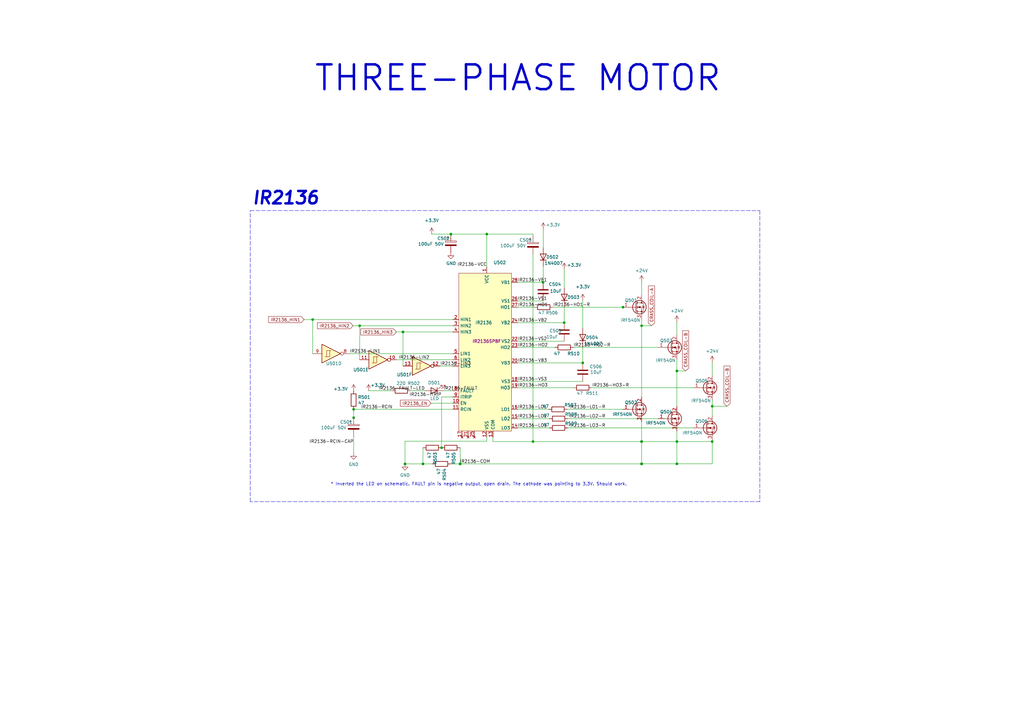
<source format=kicad_sch>
(kicad_sch (version 20211123) (generator eeschema)
  (paper "A3")
  (title_block (title "OpenCelluloid") (date "2023-02-16") (rev "v0.1"))
  (lib_symbols
    (symbol "+24V_1" (power) (pin_names (offset 0))
      (property "Value" "+24V_1" (at 0 3.556 0))
      (symbol "+24V_1_0_1"
        (polyline (pts (xy -0.762 1.27) (xy 0 2.54)))
        (polyline (pts (xy 0 0) (xy 0 2.54)))
        (polyline (pts (xy 0 2.54) (xy 0.762 1.27)))
      )
      (symbol "+24V_1_1_1"
        (pin power_in line (at 0 0 90) (length 0) hide (name "+24V") (number "1"))
      )
    )
    (symbol "74xx:74HC14" (pin_names (offset 1.016))
      (property "Reference" "U" (at 0 1.27 0))
      (property "Value" "74HC14" (at 0 -1.27 0))
      (symbol "74HC14_1_0"
        (polyline (pts (xy -3.81 3.81) (xy -3.81 -3.81) (xy 3.81 0) (xy -3.81 3.81)) (stroke (width 0.254)) (fill (type background)))
        (pin input line (at -7.62 0 0) (length 3.81) (name "~") (number "1"))
        (pin output inverted (at 7.62 0 180) (length 3.81) (name "~") (number "2"))
      )
      (symbol "74HC14_1_1"
        (polyline (pts (xy -1.905 -1.27) (xy -1.905 1.27) (xy -0.635 1.27)))
        (polyline (pts (xy -2.54 -1.27) (xy -0.635 -1.27) (xy -0.635 1.27) (xy 0 1.27)))
      )
      (symbol "74HC14_2_0"
        (polyline (pts (xy -3.81 3.81) (xy -3.81 -3.81) (xy 3.81 0) (xy -3.81 3.81)) (stroke (width 0.254)) (fill (type background)))
        (pin input line (at -7.62 0 0) (length 3.81) (name "~") (number "3"))
        (pin output inverted (at 7.62 0 180) (length 3.81) (name "~") (number "4"))
      )
      (symbol "74HC14_2_1"
        (polyline (pts (xy -1.905 -1.27) (xy -1.905 1.27) (xy -0.635 1.27)))
        (polyline (pts (xy -2.54 -1.27) (xy -0.635 -1.27) (xy -0.635 1.27) (xy 0 1.27)))
      )
      (symbol "74HC14_3_0"
        (polyline (pts (xy -3.81 3.81) (xy -3.81 -3.81) (xy 3.81 0) (xy -3.81 3.81)) (stroke (width 0.254)) (fill (type background)))
        (pin input line (at -7.62 0 0) (length 3.81) (name "~") (number "5"))
        (pin output inverted (at 7.62 0 180) (length 3.81) (name "~") (number "6"))
      )
      (symbol "74HC14_3_1"
        (polyline (pts (xy -1.905 -1.27) (xy -1.905 1.27) (xy -0.635 1.27)))
        (polyline (pts (xy -2.54 -1.27) (xy -0.635 -1.27) (xy -0.635 1.27) (xy 0 1.27)))
      )
      (symbol "74HC14_4_0"
        (polyline (pts (xy -3.81 3.81) (xy -3.81 -3.81) (xy 3.81 0) (xy -3.81 3.81)) (stroke (width 0.254)) (fill (type background)))
        (pin output inverted (at 7.62 0 180) (length 3.81) (name "~") (number "8"))
        (pin input line (at -7.62 0 0) (length 3.81) (name "~") (number "9"))
      )
      (symbol "74HC14_4_1"
        (polyline (pts (xy -1.905 -1.27) (xy -1.905 1.27) (xy -0.635 1.27)))
        (polyline (pts (xy -2.54 -1.27) (xy -0.635 -1.27) (xy -0.635 1.27) (xy 0 1.27)))
      )
      (symbol "74HC14_5_0"
        (polyline (pts (xy -3.81 3.81) (xy -3.81 -3.81) (xy 3.81 0) (xy -3.81 3.81)) (stroke (width 0.254)) (fill (type background)))
        (pin output inverted (at 7.62 0 180) (length 3.81) (name "~") (number "10"))
        (pin input line (at -7.62 0 0) (length 3.81) (name "~") (number "11"))
      )
      (symbol "74HC14_5_1"
        (polyline (pts (xy -1.905 -1.27) (xy -1.905 1.27) (xy -0.635 1.27)))
        (polyline (pts (xy -2.54 -1.27) (xy -0.635 -1.27) (xy -0.635 1.27) (xy 0 1.27)))
      )
      (symbol "74HC14_6_0"
        (polyline (pts (xy -3.81 3.81) (xy -3.81 -3.81) (xy 3.81 0) (xy -3.81 3.81)) (stroke (width 0.254)) (fill (type background)))
        (pin output inverted (at 7.62 0 180) (length 3.81) (name "~") (number "12"))
        (pin input line (at -7.62 0 0) (length 3.81) (name "~") (number "13"))
      )
      (symbol "74HC14_6_1"
        (polyline (pts (xy -1.905 -1.27) (xy -1.905 1.27) (xy -0.635 1.27)))
        (polyline (pts (xy -2.54 -1.27) (xy -0.635 -1.27) (xy -0.635 1.27) (xy 0 1.27)))
      )
      (symbol "74HC14_7_0"
        (pin power_in line (at 0 12.7 270) (length 5.08) (name "VCC") (number "14"))
        (pin power_in line (at 0 -12.7 90) (length 5.08) (name "GND") (number "7"))
      )
      (symbol "74HC14_7_1"
        (rectangle (start -5.08 7.62) (end 5.08 -7.62) (stroke (width 0.254)) (fill (type background)))
      )
    )
    (symbol "Device:C" (pin_numbers hide) (pin_names (offset 0.254))
      (property "Reference" "C" (at 0.635 2.54 0))
      (property "Value" "Device_C" (at 0.635 -2.54 0))
      (symbol "C_0_1"
        (polyline (pts (xy -2.032 -0.762) (xy 2.032 -0.762)) (stroke (width 0.508)))
        (polyline (pts (xy -2.032 0.762) (xy 2.032 0.762)) (stroke (width 0.508)))
      )
      (symbol "C_1_1"
        (pin passive line (at 0 3.81 270) (length 2.794) (name "~") (number "1"))
        (pin passive line (at 0 -3.81 90) (length 2.794) (name "~") (number "2"))
      )
    )
    (symbol "Device:C_Polarized" (pin_numbers hide) (pin_names (offset 0.254))
      (property "Reference" "C" (at 0.635 2.54 0))
      (property "Value" "C_Polarized" (at 0.635 -2.54 0))
      (symbol "C_Polarized_0_1"
        (rectangle (start -2.286 0.508) (end 2.286 1.016))
        (polyline (pts (xy -1.778 2.286) (xy -0.762 2.286)))
        (polyline (pts (xy -1.27 2.794) (xy -1.27 1.778)))
        (rectangle (start 2.286 -0.508) (end -2.286 -1.016) (fill (type outline)))
      )
      (symbol "C_Polarized_1_1"
        (pin passive line (at 0 3.81 270) (length 2.794) (name "~") (number "1"))
        (pin passive line (at 0 -3.81 90) (length 2.794) (name "~") (number "2"))
      )
    )
    (symbol "Device:LED" (pin_numbers hide) (pin_names (offset 1.016) hide)
      (property "Reference" "D" (at 0 2.54 0))
      (property "Value" "Device_LED" (at 0 -2.54 0))
      (symbol "LED_0_1"
        (polyline (pts (xy -1.27 -1.27) (xy -1.27 1.27)) (stroke (width 0.254)))
        (polyline (pts (xy -1.27 0) (xy 1.27 0)))
        (polyline (pts (xy 1.27 -1.27) (xy 1.27 1.27) (xy -1.27 0) (xy 1.27 -1.27)) (stroke (width 0.254)))
        (polyline (pts (xy -3.048 -0.762) (xy -4.572 -2.286) (xy -3.81 -2.286) (xy -4.572 -2.286) (xy -4.572 -1.524)))
        (polyline (pts (xy -1.778 -0.762) (xy -3.302 -2.286) (xy -2.54 -2.286) (xy -3.302 -2.286) (xy -3.302 -1.524)))
      )
      (symbol "LED_1_1"
        (pin passive line (at -3.81 0 0) (length 2.54) (name "K") (number "1"))
        (pin passive line (at 3.81 0 180) (length 2.54) (name "A") (number "2"))
      )
    )
    (symbol "Device:R" (pin_numbers hide) (pin_names (offset 0))
      (property "Reference" "R" (at 2.032 0 90))
      (property "Value" "Device_R" (at 0 0 90))
      (symbol "R_0_1"
        (rectangle (start -1.016 -2.54) (end 1.016 2.54) (stroke (width 0.254)))
      )
      (symbol "R_1_1"
        (pin passive line (at 0 3.81 270) (length 1.27) (name "~") (number "1"))
        (pin passive line (at 0 -3.81 90) (length 1.27) (name "~") (number "2"))
      )
    )
    (symbol "Diode:1N4007" (pin_numbers hide) (pin_names (offset 1.016) hide)
      (property "Reference" "D" (at 0 2.54 0))
      (property "Value" "Diode_1N4007" (at 0 -2.54 0))
      (symbol "1N4007_0_1"
        (polyline (pts (xy -1.27 1.27) (xy -1.27 -1.27)) (stroke (width 0.254)))
        (polyline (pts (xy 1.27 0) (xy -1.27 0)))
        (polyline (pts (xy 1.27 1.27) (xy 1.27 -1.27) (xy -1.27 0) (xy 1.27 1.27)) (stroke (width 0.254)))
      )
      (symbol "1N4007_1_1"
        (pin passive line (at -3.81 0 0) (length 2.54) (name "K") (number "1"))
        (pin passive line (at 3.81 0 180) (length 2.54) (name "A") (number "2"))
      )
    )
    (symbol "GND_1" (power) (pin_names (offset 0))
      (property "Value" "GND_1" (at 0 -3.81 0))
      (symbol "GND_1_0_1"
        (polyline (pts (xy 0 0) (xy 0 -1.27) (xy 1.27 -1.27) (xy 0 -2.54) (xy -1.27 -1.27) (xy 0 -1.27)))
      )
      (symbol "GND_1_1_1"
        (pin power_in line (at 0 0 270) (length 0) hide (name "GND") (number "1"))
      )
    )
    (symbol "Transistor_FET:IRF540N" (pin_names hide)
      (property "Reference" "Q" (at 6.35 1.905 0))
      (property "Value" "Transistor_FET_IRF540N" (at 6.35 0 0))
      (symbol "IRF540N_0_1"
        (polyline (pts (xy 0.254 0) (xy -2.54 0)))
        (polyline (pts (xy 0.254 1.905) (xy 0.254 -1.905)) (stroke (width 0.254)))
        (polyline (pts (xy 0.762 -1.27) (xy 0.762 -2.286)) (stroke (width 0.254)))
        (polyline (pts (xy 0.762 0.508) (xy 0.762 -0.508)) (stroke (width 0.254)))
        (polyline (pts (xy 0.762 2.286) (xy 0.762 1.27)) (stroke (width 0.254)))
        (polyline (pts (xy 2.54 2.54) (xy 2.54 1.778)))
        (polyline (pts (xy 2.54 -2.54) (xy 2.54 0) (xy 0.762 0)))
        (polyline (pts (xy 0.762 -1.778) (xy 3.302 -1.778) (xy 3.302 1.778) (xy 0.762 1.778)))
        (polyline (pts (xy 1.016 0) (xy 2.032 0.381) (xy 2.032 -0.381) (xy 1.016 0)) (fill (type outline)))
        (polyline (pts (xy 2.794 0.508) (xy 2.921 0.381) (xy 3.683 0.381) (xy 3.81 0.254)))
        (polyline (pts (xy 3.302 0.381) (xy 2.921 -0.254) (xy 3.683 -0.254) (xy 3.302 0.381)))
        (circle (center 1.651 0) (radius 2.794) (stroke (width 0.254)))
        (circle (center 2.54 -1.778) (radius 0.254) (fill (type outline)))
        (circle (center 2.54 1.778) (radius 0.254) (fill (type outline)))
      )
      (symbol "IRF540N_1_1"
        (pin input line (at -5.08 0 0) (length 2.54) (name "G") (number "1"))
        (pin passive line (at 2.54 5.08 270) (length 2.54) (name "D") (number "2"))
        (pin passive line (at 2.54 -5.08 90) (length 2.54) (name "S") (number "3"))
      )
    )
    (symbol "power:+3.3V" (power) (pin_names (offset 0))
      (property "Value" "+3.3V" (at 0 3.556 0))
      (symbol "+3.3V_0_1"
        (polyline (pts (xy -0.762 1.27) (xy 0 2.54)))
        (polyline (pts (xy 0 0) (xy 0 2.54)))
        (polyline (pts (xy 0 2.54) (xy 0.762 1.27)))
      )
      (symbol "+3.3V_1_1"
        (pin power_in line (at 0 0 90) (length 0) hide (name "+3.3V") (number "1"))
      )
    )
    (symbol "power:GND" (power) (pin_names (offset 0))
      (property "Value" "power_GND" (at 0 -3.81 0))
      (symbol "GND_0_1"
        (polyline (pts (xy 0 0) (xy 0 -1.27) (xy 1.27 -1.27) (xy 0 -2.54) (xy -1.27 -1.27) (xy 0 -1.27)))
      )
      (symbol "GND_1_1"
        (pin power_in line (at 0 0 270) (length 0) hide (name "GND") (number "1"))
      )
    )
    (symbol "privateParts:IR2136-Three-Phase_Gate_Driver"
      (property "Reference" "U" (at 0 0 0))
      (property "Value" "IR2136-Three-Phase_Gate_Driver" (at 0 36.83 0))
      (property "Digi-Key_PN" "IR2136SPBF-ND" (at 0 0 0))
      (property "Manufacturer_PN" "IR2136SPBF" (at 0 0 0))
      (symbol "IR2136-Three-Phase_Gate_Driver_0_1"
        (rectangle (start -11.43 27.94) (end 10.16 -36.83) (fill (type background)))
      )
      (symbol "IR2136-Three-Phase_Gate_Driver_1_1"
        (pin power_in line (at 0 30.48 270) (length 2.54) (name "VCC") (number "1"))
        (pin input line (at -13.97 -25.4 0) (length 2.54) (name "EN") (number "10"))
        (pin input line (at -13.97 -27.94 0) (length 2.54) (name "RCIN") (number "11"))
        (pin power_in line (at 0 -39.37 90) (length 2.54) (name "VSS") (number "12"))
        (pin input line (at 2.54 -39.37 90) (length 2.54) (name "COM") (number "13"))
        (pin output line (at 12.7 -35.56 180) (length 2.54) (name "LO3") (number "14"))
        (pin output line (at 12.7 -31.75 180) (length 2.54) (name "LO2") (number "15"))
        (pin output line (at 12.7 -27.94 180) (length 2.54) (name "LO1") (number "16"))
        (pin no_connect line (at -10.16 -39.37 90) (length 2.54) (name "~") (number "17"))
        (pin output line (at 12.7 -16.51 180) (length 2.54) (name "VS3") (number "18"))
        (pin output line (at 12.7 -19.05 180) (length 2.54) (name "HO3") (number "19"))
        (pin input line (at -13.97 8.89 0) (length 2.54) (name "HIN1") (number "2"))
        (pin output line (at 12.7 -8.89 180) (length 2.54) (name "VB3") (number "20"))
        (pin no_connect line (at -7.62 -39.37 90) (length 2.54) (name "~") (number "21"))
        (pin output line (at 12.7 0 180) (length 2.54) (name "VS2") (number "22"))
        (pin output line (at 12.7 -2.54 180) (length 2.54) (name "HO2") (number "23"))
        (pin output line (at 12.7 7.62 180) (length 2.54) (name "VB2") (number "24"))
        (pin no_connect line (at -5.08 -39.37 90) (length 2.54) (name "~") (number "25"))
        (pin output line (at 12.7 16.51 180) (length 2.54) (name "VS1") (number "26"))
        (pin output line (at 12.7 13.97 180) (length 2.54) (name "HO1") (number "27"))
        (pin output line (at 12.7 24.13 180) (length 2.54) (name "VB1") (number "28"))
        (pin input line (at -13.97 6.35 0) (length 2.54) (name "HIN2") (number "3"))
        (pin input line (at -13.97 3.81 0) (length 2.54) (name "HIN3") (number "4"))
        (pin input line (at -13.97 -5.08 0) (length 2.54) (name "LIN1") (number "5"))
        (pin input line (at -13.97 -7.62 0) (length 2.54) (name "LIN2") (number "6"))
        (pin input line (at -13.97 -10.16 0) (length 2.54) (name "LIN3") (number "7"))
        (pin input line (at -13.97 -20.32 0) (length 2.54) (name "FAULT") (number "8"))
        (pin input line (at -13.97 -22.86 0) (length 2.54) (name "ITRIP") (number "9"))
      )
    )
  )
  (junction (at 128.229 131.064))
  (junction (at 165.2847 136.144))
  (junction (at 181.102 183.642))
  (junction (at 218.6025 181.102))
  (junction (at 292.1 181.102))
  (junction (at 188.722 190.2439))
  (junction (at 145.034 171.3264))
  (junction (at 277.622 152.146))
  (junction (at 263.144 190.246))
  (junction (at 292.1 166.624))
  (junction (at 199.644 96.012))
  (junction (at 145.034 167.894))
  (junction (at 263.144 133.604))
  (junction (at 222.758 115.824))
  (junction (at 263.144 181.102))
  (junction (at 263.144 190.2439))
  (junction (at 184.912 96.012))
  (junction (at 277.622 190.2439))
  (junction (at 263.144 190.2786))
  (junction (at 277.622 181.102))
  (junction (at 188.722 190.2786))
  (junction (at 147.5036 133.604))
  (junction (at 239.014 148.844))
  (junction (at 263.144 181.1041))
  (junction (at 166.1077 190.2786))
  (junction (at 255.524 125.9861))
  (junction (at 173.482 190.2786))
  (junction (at 231.394 132.334))
  (wire (pts (xy 181.102 162.814) (xy 181.102 183.642)))
  (wire (pts (xy 232.918 171.704) (xy 270.002 171.704)))
  (wire (pts (xy 292.1 166.624) (xy 298.196 166.624)))
  (wire (pts (xy 212.344 125.984) (xy 219.202 125.984)))
  (wire (pts (xy 165.2847 136.144) (xy 185.674 136.144)))
  (wire (pts (xy 188.722 190.2439) (xy 188.722 190.2786)))
  (wire (pts (xy 128.229 145.034) (xy 128.229 131.064)))
  (wire (pts (xy 124.714 131.064) (xy 128.229 131.064)))
  (wire (pts (xy 212.344 123.444) (xy 222.758 123.444)))
  (wire (pts (xy 292.1 181.102) (xy 292.1 190.2439)))
  (wire (pts (xy 263.144 172.974) (xy 263.144 181.102)))
  (wire (pts (xy 232.918 175.514) (xy 284.48 175.514)))
  (wire (pts (xy 166.1077 190.2786) (xy 173.482 190.2786)))
  (wire (pts (xy 168.402 160.274) (xy 174.244 160.274)))
  (wire (pts (xy 231.394 132.334) (xy 231.4513 132.334)))
  (wire (pts (xy 176.784 165.354) (xy 185.674 165.354)))
  (wire (pts (xy 222.8153 93.939) (xy 222.8153 101.6103)))
  (wire (pts (xy 173.482 183.642) (xy 173.482 190.2786)))
  (wire (pts (xy 242.824 159.004) (xy 284.48 159.004)))
  (wire (pts (xy 277.622 190.2439) (xy 263.144 190.2439)))
  (wire (pts (xy 218.6025 96.012) (xy 218.6025 96.6839)))
  (wire (pts (xy 212.344 171.704) (xy 225.298 171.704)))
  (wire (pts (xy 292.1 148.59) (xy 292.1 153.924)))
  (wire (pts (xy 145.034 167.894) (xy 145.034 171.3264)))
  (wire (pts (xy 222.758 115.824) (xy 222.8153 115.824)))
  (wire (pts (xy 162.7436 147.574) (xy 185.674 147.574)))
  (wire (pts (xy 277.622 176.784) (xy 277.622 181.102)))
  (wire (pts (xy 199.644 96.012) (xy 199.644 109.474)))
  (polyline (pts (xy 311.658 205.74) (xy 102.616 205.74)))
  (polyline (pts (xy 102.616 86.36) (xy 311.658 86.36)))
  (wire (pts (xy 184.912 190.2786) (xy 188.722 190.2786)))
  (wire (pts (xy 145.034 167.894) (xy 185.674 167.894)))
  (wire (pts (xy 212.344 132.334) (xy 231.394 132.334)))
  (wire (pts (xy 184.912 96.012) (xy 199.644 96.012)))
  (wire (pts (xy 239.014 142.24) (xy 239.014 148.844)))
  (wire (pts (xy 212.344 175.514) (xy 225.298 175.514)))
  (wire (pts (xy 165.2847 150.114) (xy 165.2847 136.144)))
  (wire (pts (xy 212.344 139.954) (xy 231.394 139.954)))
  (wire (pts (xy 277.622 132.08) (xy 277.622 137.414)))
  (wire (pts (xy 263.144 115.5721) (xy 263.144 120.9061)))
  (wire (pts (xy 173.482 190.2786) (xy 177.292 190.2786)))
  (wire (pts (xy 199.644 179.324) (xy 199.644 180.9394)))
  (wire (pts (xy 218.6025 181.102) (xy 202.184 181.102)))
  (wire (pts (xy 212.344 115.824) (xy 222.758 115.824)))
  (wire (pts (xy 212.344 148.844) (xy 239.014 148.844)))
  (wire (pts (xy 202.184 181.102) (xy 202.184 179.324)))
  (wire (pts (xy 166.1077 180.9394) (xy 166.1077 190.2786)))
  (wire (pts (xy 199.644 96.012) (xy 218.6025 96.012)))
  (wire (pts (xy 212.344 167.894) (xy 225.044 167.894)))
  (wire (pts (xy 199.644 180.9394) (xy 166.1077 180.9394)))
  (wire (pts (xy 180.5247 150.114) (xy 185.674 150.114)))
  (wire (pts (xy 218.6025 104.3039) (xy 218.6025 181.102)))
  (wire (pts (xy 143.469 145.034) (xy 185.674 145.034)))
  (wire (pts (xy 145.034 171.3264) (xy 145.034 171.45)))
  (wire (pts (xy 181.864 160.274) (xy 185.674 160.274)))
  (wire (pts (xy 162.56 136.144) (xy 165.2847 136.144)))
  (wire (pts (xy 226.822 125.984) (xy 255.524 125.984)))
  (wire (pts (xy 212.344 142.494) (xy 227.584 142.494)))
  (wire (pts (xy 292.1 164.084) (xy 292.1 166.624)))
  (wire (pts (xy 232.664 167.894) (xy 255.524 167.894)))
  (wire (pts (xy 235.204 142.494) (xy 270.002 142.494)))
  (wire (pts (xy 263.144 190.2786) (xy 263.144 190.246)))
  (wire (pts (xy 144.7805 133.604) (xy 147.5036 133.604)))
  (wire (pts (xy 277.622 181.102) (xy 277.622 190.2439)))
  (wire (pts (xy 292.1 180.594) (xy 292.1 181.102)))
  (polyline (pts (xy 311.658 86.36) (xy 311.658 205.74)))
  (wire (pts (xy 212.344 156.464) (xy 239.014 156.464)))
  (wire (pts (xy 147.5036 133.604) (xy 185.674 133.604)))
  (wire (pts (xy 222.8153 109.2303) (xy 222.8153 115.824)))
  (wire (pts (xy 263.144 131.0661) (xy 263.144 133.604)))
  (wire (pts (xy 147.5036 147.574) (xy 147.5036 133.604)))
  (wire (pts (xy 255.524 125.984) (xy 255.524 125.9861)))
  (polyline (pts (xy 102.616 205.74) (xy 102.616 86.36)))
  (wire (pts (xy 231.4513 125.7403) (xy 231.4513 132.334)))
  (wire (pts (xy 277.622 152.146) (xy 277.622 166.624)))
  (wire (pts (xy 263.144 133.604) (xy 267.208 133.604)))
  (wire (pts (xy 277.622 181.102) (xy 292.1 181.102)))
  (wire (pts (xy 277.622 190.2439) (xy 292.1 190.2439)))
  (wire (pts (xy 212.344 159.004) (xy 235.204 159.004)))
  (wire (pts (xy 128.229 131.064) (xy 185.674 131.064)))
  (wire (pts (xy 231.4513 110.449) (xy 231.4513 118.1203)))
  (wire (pts (xy 188.722 190.2786) (xy 263.144 190.2786)))
  (wire (pts (xy 151.1553 160.274) (xy 160.782 160.274)))
  (wire (pts (xy 263.144 190.2439) (xy 263.144 190.246)))
  (wire (pts (xy 239.014 123.19) (xy 239.014 134.62)))
  (wire (pts (xy 277.622 152.146) (xy 281.178 152.146)))
  (wire (pts (xy 218.6025 181.102) (xy 263.144 181.102)))
  (wire (pts (xy 292.1 166.624) (xy 292.1 170.434)))
  (wire (pts (xy 263.144 133.604) (xy 263.144 162.814)))
  (wire (pts (xy 263.144 181.102) (xy 263.144 181.1041)))
  (wire (pts (xy 145.034 178.9464) (xy 145.034 185.876)))
  (wire (pts (xy 185.674 162.814) (xy 181.102 162.814)))
  (wire (pts (xy 263.144 181.1041) (xy 263.144 190.2439)))
  (wire (pts (xy 277.622 147.574) (xy 277.622 152.146)))
  (wire (pts (xy 188.722 183.642) (xy 188.722 190.2439)))
  (wire (pts (xy 263.144 181.102) (xy 277.622 181.102)))
  (wire (pts (xy 177.038 96.012) (xy 184.912 96.012)))
  (text "THREE-PHASE MOTOR" (at 128.524 38.1 0) (effects (font (size 10.16 10.16) (thickness 1.016) bold) (justify left bottom)))
  (text "* Inverted the LED on schematic. FAULT pin is negative output, open drain. The cathode was pointing to 3.3V. Should work.\n" (at 135.636 199.39 0) (effects (font (size 1.27 1.27)) (justify left bottom)))
  (text "IR2136" (at 103.124 84.328 0) (effects (font (size 5.08 5.08) (thickness 1.016) bold italic) (justify left bottom)))
  (label "IR2136-VS2" (at 212.344 139.954 0))
  (label "IR2136-HO1-R" (at 226.822 125.984 0))
  (label "IR2136-LIN1" (at 143.469 145.034 0))
  (label "IR2136-LO2-R" (at 233.431 171.704 0))
  (label "IR2136-HO2" (at 212.344 142.494 0))
  (label "IR2136-VCC" (at 199.644 109.4438 180))
  (label "IR2136-FAULT" (at 181.864 160.274 0))
  (label "IR2136-FAULT-LED" (at 174.244 160.274 180))
  (label "IR2136-HO3" (at 212.344 159.004 0))
  (label "IR2136-LO3-R" (at 233.431 175.514 0))
  (label "IR2136-LO1-R" (at 233.431 167.894 0))
  (label "IR2136-RCIN-CAP" (at 145.034 182.0765 180))
  (label "IR2136-LO1" (at 212.344 167.894 0))
  (label "IR2136-VS3" (at 212.344 156.464 0))
  (label "IR2136-ITRIP" (at 181.102 162.814 180))
  (label "IR2136-VS1" (at 212.344 123.444 0))
  (label "IR2136-HO2-R" (at 235.204 142.494 0))
  (label "IR2136-VB3" (at 212.344 148.844 0))
  (label "IR2136-RCIN" (at 161.0123 167.894 180))
  (label "IR2136-COM" (at 188.5307 190.2786 0))
  (label "IR2136-HO3-R" (at 242.824 159.004 0))
  (label "IR2136-LIN3" (at 180.5247 150.114 0))
  (label "IR2136-VB1" (at 212.344 115.824 0))
  (label "IR2136-HO1" (at 212.344 125.984 0))
  (label "IR2136-VB2" (at 212.344 132.334 0))
  (label "IR2136-LO3" (at 212.344 175.514 0))
  (label "IR2136-LO2" (at 212.344 171.704 0))
  (label "IR2136-LIN2" (at 163.4776 147.574 0))
  (global_label "IR2136_HIN3" (shape input) (at 162.56 136.144 180) (property "Intersheet References" "${INTERSHEET_REFS}" (effects hide)))
  (global_label "CRASS_COIL-A" (shape input) (at 267.208 133.604 90) (property "Intersheet References" "${INTERSHEET_REFS}" (effects hide)))
  (global_label "CRASS_COIL-B" (shape input) (at 281.178 152.146 90) (property "Intersheet References" "${INTERSHEET_REFS}" (effects hide)))
  (global_label "CRASS_COIL-B" (shape input) (at 298.1776 166.624 90) (property "Intersheet References" "${INTERSHEET_REFS}" (effects hide)))
  (global_label "IR2136_HIN1" (shape input) (at 124.714 131.064 180) (property "Intersheet References" "${INTERSHEET_REFS}" (effects hide)))
  (global_label "IR2136_EN" (shape input) (at 176.784 165.354 180) (property "Intersheet References" "${INTERSHEET_REFS}" (effects hide)))
  (global_label "IR2136_HIN2" (shape input) (at 144.7805 133.604 180) (property "Intersheet References" "${INTERSHEET_REFS}" (effects hide)))
  (symbol (lib_id "Device:R") (at 223.012 125.984 90) (unit 1)
    (property "Reference" "R506" (at 223.774 128.27 90) (effects (justify right)))
    (property "Value" "47" (at 220.726 128.27 90) (effects (justify right)))
    (property "Footprint" "Resistor_SMD:R_1206_3216Metric_Pad1.30x1.75mm_HandSolder" (effects hide))
    (property "Digi-Key_PN" "311-47ERCT-ND" (effects hide))
    (property "Manufacturer_PN" "RC1206JR-0747RL" (effects hide))
  )
  (symbol (lib_name "GND_1") (lib_id "power:GND") (at 145.034 185.876 0) (unit 1)
    (property "Reference" "#PWR0502" (effects hide))
    (property "Value" "GND" (at 145.034 190.4809 0))
  )
  (symbol (lib_id "Device:R") (at 231.394 142.494 90) (unit 1)
    (property "Reference" "R510" (at 232.6993 145.034 90) (effects (justify right)))
    (property "Value" "47" (at 227.1113 145.034 90) (effects (justify right)))
    (property "Footprint" "Resistor_SMD:R_1206_3216Metric_Pad1.30x1.75mm_HandSolder" (effects hide))
    (property "Digi-Key_PN" "311-47ERCT-ND" (effects hide))
    (property "Manufacturer_PN" "RC1206JR-0747RL" (effects hide))
  )
  (symbol (lib_id "Transistor_FET:IRF540N") (at 275.082 171.704 0) (unit 1)
    (property "Reference" "Q504" (at 273.304 168.91 0))
    (property "Value" "IRF540N" (at 268.986 173.482 0))
    (property "Footprint" "Package_TO_SOT_SMD:TO-263-2" (effects hide))
    (property "Datasheet" "http://www.irf.com/product-info/datasheets/data/irf540n.pdf" (effects hide))
    (property "Digi-Key_PN" "IRF540NSTRLPBFCT-ND" (effects hide))
    (property "Manufacturer_PN" "IRF540NSTRLPBF" (effects hide))
  )
  (symbol (lib_id "Device:C") (at 222.758 119.634 0) (unit 1)
    (property "Reference" "C504" (at 225.044 116.586 0) (effects (justify left)))
    (property "Value" "10uF" (at 225.552 119.38 0) (effects (justify left)))
    (property "Footprint" "Capacitor_SMD:C_1206_3216Metric_Pad1.33x1.80mm_HandSolder" (effects hide))
    (property "Digi-Key_PN" "1276-1079-1-ND" (effects hide))
    (property "Manufacturer_PN" "CL31A106KQHNNNE" (effects hide))
  )
  (symbol (lib_id "Transistor_FET:IRF540N") (at 275.082 142.494 0) (unit 1)
    (property "Reference" "Q503" (at 273.304 139.7 0))
    (property "Value" "IRF540N" (at 273.05 147.828 0))
    (property "Footprint" "Package_TO_SOT_SMD:TO-263-2" (effects hide))
    (property "Datasheet" "http://www.irf.com/product-info/datasheets/data/irf540n.pdf" (effects hide))
    (property "Digi-Key_PN" "IRF540NSTRLPBFCT-ND" (effects hide))
    (property "Manufacturer_PN" "IRF540NSTRLPBF" (effects hide))
  )
  (symbol (lib_id "Device:C_Polarized") (at 145.034 175.1364 0) (unit 1)
    (property "Reference" "C501" (at 139.446 173.1044 0) (effects (justify left)))
    (property "Value" "100uF 50V" (at 131.572 175.3904 0) (effects (justify left)))
    (property "Footprint" "Capacitor_SMD:CP_Elec_10x10.5" (effects hide))
    (property "Digi-Key_PN" "565-4786-1-ND" (effects hide))
    (property "Manufacturer_PN" "HHXC500ARA101MJA0G" (effects hide))
  )
  (symbol (lib_id "power:+3.3V") (at 239.014 123.19 0) (unit 1)
    (property "Reference" "#PWR0509" (effects hide))
    (property "Value" "+3.3V" (at 239.014 117.602 0))
  )
  (symbol (lib_id "Device:R") (at 181.102 190.2786 90) (unit 1)
    (property "Reference" "R504" (at 182.2704 192.0566 0) (effects (justify right)))
    (property "Value" "47" (at 179.959 192.0566 0) (effects (justify right)))
    (property "Footprint" "Resistor_SMD:R_1206_3216Metric_Pad1.30x1.75mm_HandSolder" (effects hide))
    (property "Digi-Key_PN" "311-47ERCT-ND" (effects hide))
    (property "Manufacturer_PN" "RC1206JR-0747RL" (effects hide))
  )
  (symbol (lib_id "74xx:74HC14") (at 172.9047 150.114 0) (unit 6)
    (property "Reference" "U501" (at 165.862 153.67 0))
    (property "Value" "74HC14" (effects hide))
    (property "Footprint" "Package_SO:SOIC-14_3.9x8.7mm_P1.27mm" (effects hide))
    (property "Datasheet" "http://www.ti.com/lit/gpn/sn74HC14" (effects hide))
    (property "Manufacturer_PN" "74HC14D,653" (effects hide))
    (property "Digi-Key_PN" "1727-2783-1-ND" (effects hide))
  )
  (symbol (lib_id "power:+3.3V") (at 151.1553 160.274 0) (unit 1)
    (property "Reference" "#PWR0503" (effects hide))
    (property "Value" "+3.3V" (at 154.94 157.988 0))
  )
  (symbol (lib_id "Device:R") (at 164.592 160.274 90) (unit 1)
    (property "Reference" "R502" (at 167.132 157.226 90) (effects (justify right)))
    (property "Value" "220" (at 162.56 157.226 90) (effects (justify right)))
    (property "Footprint" "Resistor_SMD:R_1206_3216Metric_Pad1.30x1.75mm_HandSolder" (effects hide))
    (property "Digi-Key_PN" "311-220ERCT-ND" (effects hide))
    (property "Manufacturer_PN" "RC1206JR-07220RL" (effects hide))
  )
  (symbol (lib_id "Device:R") (at 228.854 167.894 90) (unit 1)
    (property "Reference" "R507" (at 231.394 166.116 90) (effects (justify right)))
    (property "Value" "47" (at 222.504 166.624 90) (effects (justify right)))
    (property "Footprint" "Resistor_SMD:R_1206_3216Metric_Pad1.30x1.75mm_HandSolder" (effects hide))
    (property "Digi-Key_PN" "311-47ERCT-ND" (effects hide))
    (property "Manufacturer_PN" "RC1206JR-0747RL" (effects hide))
  )
  (symbol (lib_id "Device:R") (at 177.292 183.642 90) (unit 1)
    (property "Reference" "R503" (at 178.4604 185.42 0) (effects (justify right)))
    (property "Value" "47" (at 176.149 185.42 0) (effects (justify right)))
    (property "Footprint" "Resistor_SMD:R_1206_3216Metric_Pad1.30x1.75mm_HandSolder" (effects hide))
    (property "Digi-Key_PN" "311-47ERCT-ND" (effects hide))
    (property "Manufacturer_PN" "RC1206JR-0747RL" (effects hide))
  )
  (symbol (lib_id "Device:C_Polarized") (at 218.6025 100.4939 0) (unit 1)
    (property "Reference" "C503" (at 213.0145 98.4619 0) (effects (justify left)))
    (property "Value" "100uF 50V" (at 205.1405 100.7479 0) (effects (justify left)))
    (property "Footprint" "Capacitor_SMD:CP_Elec_10x10.5" (effects hide))
    (property "Digi-Key_PN" "565-4786-1-ND" (effects hide))
    (property "Manufacturer_PN" "HHXC500ARA101MJA0G" (effects hide))
  )
  (symbol (lib_id "Device:LED") (at 178.054 160.274 180) (unit 1)
    (property "Reference" "D501" (at 178.054 156.972 0))
    (property "Value" "LED" (at 178.2318 163.449 0))
    (property "Footprint" "LED_SMD:LED_1206_3216Metric_Pad1.42x1.75mm_HandSolder" (effects hide))
    (property "Manufacturer_PN" "LTST-C150KSKT" (effects hide))
    (property "Digi-Key_PN" "160-1406-1-ND" (effects hide))
  )
  (symbol (lib_id "Device:R") (at 145.034 164.084 180) (unit 1)
    (property "Reference" "R501" (at 146.812 162.9156 0) (effects (justify right)))
    (property "Value" "47" (at 146.812 165.227 0) (effects (justify right)))
    (property "Footprint" "Resistor_SMD:R_1206_3216Metric_Pad1.30x1.75mm_HandSolder" (effects hide))
    (property "Digi-Key_PN" "311-47ERCT-ND" (effects hide))
    (property "Manufacturer_PN" "RC1206JR-0747RL" (effects hide))
  )
  (symbol (lib_name "+24V_1") (lib_id "power:+24V") (at 277.622 132.08 0) (unit 1)
    (property "Reference" "#PWR0511" (effects hide))
    (property "Value" "+24V" (at 277.622 127.508 0))
  )
  (symbol (lib_id "power:+3.3V") (at 145.034 160.274 0) (unit 1)
    (property "Reference" "#PWR0501" (effects hide))
    (property "Value" "+3.3V" (at 139.7 159.512 0))
  )
  (symbol (lib_id "Transistor_FET:IRF540N") (at 289.56 175.514 0) (unit 1)
    (property "Reference" "Q506" (at 287.782 172.72 0))
    (property "Value" "IRF540N" (at 283.972 177.546 0))
    (property "Footprint" "Package_TO_SOT_SMD:TO-263-2" (effects hide))
    (property "Datasheet" "http://www.irf.com/product-info/datasheets/data/irf540n.pdf" (effects hide))
    (property "Digi-Key_PN" "IRF540NSTRLPBFCT-ND" (effects hide))
    (property "Manufacturer_PN" "IRF540NSTRLPBF" (effects hide))
  )
  (symbol (lib_id "Transistor_FET:IRF540N") (at 260.604 125.9861 0) (unit 1)
    (property "Reference" "Q501" (at 258.826 123.1921 0))
    (property "Value" "IRF540N" (at 258.572 131.3201 0))
    (property "Footprint" "Package_TO_SOT_SMD:TO-263-2" (effects hide))
    (property "Datasheet" "http://www.irf.com/product-info/datasheets/data/irf540n.pdf" (effects hide))
    (property "Digi-Key_PN" "IRF540NSTRLPBFCT-ND" (effects hide))
    (property "Manufacturer_PN" "IRF540NSTRLPBF" (effects hide))
  )
  (symbol (lib_id "Transistor_FET:IRF540N") (at 289.56 159.004 0) (unit 1)
    (property "Reference" "Q505" (at 287.782 156.21 0))
    (property "Value" "IRF540N" (at 287.528 164.338 0))
    (property "Footprint" "Package_TO_SOT_SMD:TO-263-2" (effects hide))
    (property "Datasheet" "http://www.irf.com/product-info/datasheets/data/irf540n.pdf" (effects hide))
    (property "Digi-Key_PN" "IRF540NSTRLPBFCT-ND" (effects hide))
    (property "Manufacturer_PN" "IRF540NSTRLPBF" (effects hide))
  )
  (symbol (lib_id "Device:R") (at 229.108 175.514 90) (unit 1)
    (property "Reference" "R509" (at 231.648 173.736 90) (effects (justify right)))
    (property "Value" "47" (at 222.758 174.244 90) (effects (justify right)))
    (property "Footprint" "Resistor_SMD:R_1206_3216Metric_Pad1.30x1.75mm_HandSolder" (effects hide))
    (property "Digi-Key_PN" "311-47ERCT-ND" (effects hide))
    (property "Manufacturer_PN" "RC1206JR-0747RL" (effects hide))
  )
  (symbol (lib_id "Diode:1N4007") (at 231.4513 121.9303 90) (unit 1)
    (property "Reference" "D503" (at 235.204 121.92 90))
    (property "Value" "1N4007" (effects hide))
    (property "Footprint" "Diode_SMD:D_SOD-123" (effects hide))
    (property "Datasheet" "http://www.vishay.com/docs/88503/1n4001.pdf" (effects hide))
    (property "Digi-Key_PN" "1655-1N4007FLCT-ND" (effects hide))
    (property "Manufacturer_PN" "1N4007FL" (effects hide))
  )
  (symbol (lib_id "power:+3.3V") (at 222.8153 93.939 0) (unit 1)
    (property "Reference" "#PWR0507" (effects hide))
    (property "Value" "+3.3V" (at 226.822 92.202 0))
  )
  (symbol (lib_id "Device:R") (at 184.912 183.642 90) (unit 1)
    (property "Reference" "R505" (at 186.0804 185.42 0) (effects (justify right)))
    (property "Value" "47" (at 183.769 185.42 0) (effects (justify right)))
    (property "Footprint" "Resistor_SMD:R_1206_3216Metric_Pad1.30x1.75mm_HandSolder" (effects hide))
    (property "Digi-Key_PN" "311-47ERCT-ND" (effects hide))
    (property "Manufacturer_PN" "RC1206JR-0747RL" (effects hide))
  )
  (symbol (lib_id "Device:C") (at 239.014 152.654 0) (unit 1)
    (property "Reference" "C506" (at 241.808 150.368 0) (effects (justify left)))
    (property "Value" "10uF" (at 242.062 152.654 0) (effects (justify left)))
    (property "Footprint" "Capacitor_SMD:C_1206_3216Metric_Pad1.33x1.80mm_HandSolder" (effects hide))
    (property "Digi-Key_PN" "1276-1079-1-ND" (effects hide))
    (property "Manufacturer_PN" "CL31A106KQHNNNE" (effects hide))
  )
  (symbol (lib_name "+24V_1") (lib_id "power:+24V") (at 292.1 148.59 0) (unit 1)
    (property "Reference" "#PWR0512" (effects hide))
    (property "Value" "+24V" (at 292.1 144.018 0))
  )
  (symbol (lib_name "GND_1") (lib_id "power:GND") (at 166.1077 190.2786 0) (unit 1)
    (property "Reference" "#PWR0504" (effects hide))
    (property "Value" "GND" (at 166.1077 194.8835 0))
  )
  (symbol (lib_id "privateParts:IR2136-Three-Phase_Gate_Driver") (at 199.644 139.954 0) (unit 1)
    (property "Reference" "U502" (at 204.978 107.696 0))
    (property "Value" "IR2136" (at 198.374 132.334 0))
    (property "Footprint" "Package_SO:SOIC-28W_7.5x18.7mm_P1.27mm" (effects hide))
    (property "Digi-Key_PN" "IR2136SPBF-ND" (effects hide))
    (property "Manufacturer_PN" "IR2136SPBF" (at 199.644 139.954 0))
  )
  (symbol (lib_id "Device:R") (at 239.014 159.004 90) (unit 1)
    (property "Reference" "R511" (at 240.284 161.29 90) (effects (justify right)))
    (property "Value" "47" (at 236.474 161.29 90) (effects (justify right)))
    (property "Footprint" "Resistor_SMD:R_1206_3216Metric_Pad1.30x1.75mm_HandSolder" (effects hide))
    (property "Digi-Key_PN" "311-47ERCT-ND" (effects hide))
    (property "Manufacturer_PN" "RC1206JR-0747RL" (effects hide))
  )
  (symbol (lib_name "+24V_1") (lib_id "power:+24V") (at 263.144 115.5721 0) (unit 1)
    (property "Reference" "#PWR0510" (effects hide))
    (property "Value" "+24V" (at 263.144 111.0001 0))
  )
  (symbol (lib_id "Transistor_FET:IRF540N") (at 260.604 167.894 0) (unit 1)
    (property "Reference" "Q502" (at 258.826 165.1 0))
    (property "Value" "IRF540N" (at 255.27 169.926 0))
    (property "Footprint" "Package_TO_SOT_SMD:TO-263-2" (effects hide))
    (property "Datasheet" "http://www.irf.com/product-info/datasheets/data/irf540n.pdf" (effects hide))
    (property "Digi-Key_PN" "IRF540NSTRLPBFCT-ND" (effects hide))
    (property "Manufacturer_PN" "IRF540NSTRLPBF" (effects hide))
  )
  (symbol (lib_id "power:+3.3V") (at 177.038 96.012 0) (unit 1)
    (property "Reference" "#PWR0505" (effects hide))
    (property "Value" "+3.3V" (at 177.038 90.424 0))
  )
  (symbol (lib_id "74xx:74HC14") (at 135.849 145.034 0) (unit 4)
    (property "Reference" "U501" (at 136.906 149.098 0))
    (property "Value" "74HC14" (effects hide))
    (property "Footprint" "Package_SO:SOIC-14_3.9x8.7mm_P1.27mm" (effects hide))
    (property "Datasheet" "http://www.ti.com/lit/gpn/sn74HC14" (effects hide))
    (property "Manufacturer_PN" "74HC14D,653" (effects hide))
    (property "Digi-Key_PN" "1727-2783-1-ND" (effects hide))
  )
  (symbol (lib_id "Device:C") (at 231.394 136.144 0) (unit 1)
    (property "Reference" "C505" (at 225.298 135.636 0) (effects (justify left)))
    (property "Value" "10uF" (at 224.028 138.176 0) (effects (justify left)))
    (property "Footprint" "Capacitor_SMD:C_1206_3216Metric_Pad1.33x1.80mm_HandSolder" (effects hide))
    (property "Digi-Key_PN" "1276-1079-1-ND" (effects hide))
    (property "Manufacturer_PN" "CL31A106KQHNNNE" (effects hide))
  )
  (symbol (lib_id "power:GND") (at 184.912 103.632 0) (unit 1)
    (property "Reference" "#PWR0506" (effects hide))
    (property "Value" "GND" (at 185.039 108.0262 0))
  )
  (symbol (lib_id "74xx:74HC14") (at 155.1236 147.574 0) (unit 5)
    (property "Reference" "U501" (at 148.082 151.638 0))
    (property "Value" "74HC14" (effects hide))
    (property "Footprint" "Package_SO:SOIC-14_3.9x8.7mm_P1.27mm" (effects hide))
    (property "Datasheet" "http://www.ti.com/lit/gpn/sn74HC14" (effects hide))
    (property "Manufacturer_PN" "74HC14D,653" (effects hide))
    (property "Digi-Key_PN" "1727-2783-1-ND" (effects hide))
  )
  (symbol (lib_id "Diode:1N4007") (at 222.8153 105.4203 90) (unit 1)
    (property "Reference" "D502" (at 226.568 105.41 90))
    (property "Value" "1N4007" (at 227.076 107.95 90))
    (property "Footprint" "Diode_SMD:D_SOD-123" (effects hide))
    (property "Datasheet" "http://www.vishay.com/docs/88503/1n4001.pdf" (effects hide))
    (property "Digi-Key_PN" "1655-1N4007FLCT-ND" (effects hide))
    (property "Manufacturer_PN" "1N4007FL" (effects hide))
  )
  (symbol (lib_id "Diode:1N4007") (at 239.014 138.43 90) (unit 1)
    (property "Reference" "D504" (at 242.7667 138.4197 90))
    (property "Value" "1N4007" (at 243.2747 140.9597 90))
    (property "Footprint" "Diode_SMD:D_SOD-123" (effects hide))
    (property "Datasheet" "http://www.vishay.com/docs/88503/1n4001.pdf" (effects hide))
    (property "Digi-Key_PN" "1655-1N4007FLCT-ND" (effects hide))
    (property "Manufacturer_PN" "1N4007FL" (effects hide))
  )
  (symbol (lib_id "Device:R") (at 229.108 171.704 90) (unit 1)
    (property "Reference" "R508" (at 231.648 169.926 90) (effects (justify right)))
    (property "Value" "47" (at 222.758 170.434 90) (effects (justify right)))
    (property "Footprint" "Resistor_SMD:R_1206_3216Metric_Pad1.30x1.75mm_HandSolder" (effects hide))
    (property "Digi-Key_PN" "311-47ERCT-ND" (effects hide))
    (property "Manufacturer_PN" "RC1206JR-0747RL" (effects hide))
  )
  (symbol (lib_id "Device:C_Polarized") (at 184.912 99.822 0) (unit 1)
    (property "Reference" "C502" (at 179.324 97.79 0) (effects (justify left)))
    (property "Value" "100uF 50V" (at 171.45 100.076 0) (effects (justify left)))
    (property "Footprint" "Capacitor_SMD:CP_Elec_10x10.5" (effects hide))
    (property "Digi-Key_PN" "565-4786-1-ND" (effects hide))
    (property "Manufacturer_PN" "HHXC500ARA101MJA0G" (effects hide))
  )
  (symbol (lib_id "power:+3.3V") (at 231.4513 110.449 0) (unit 1)
    (property "Reference" "#PWR0508" (effects hide))
    (property "Value" "+3.3V" (at 235.458 108.712 0))
  )
)
</source>
